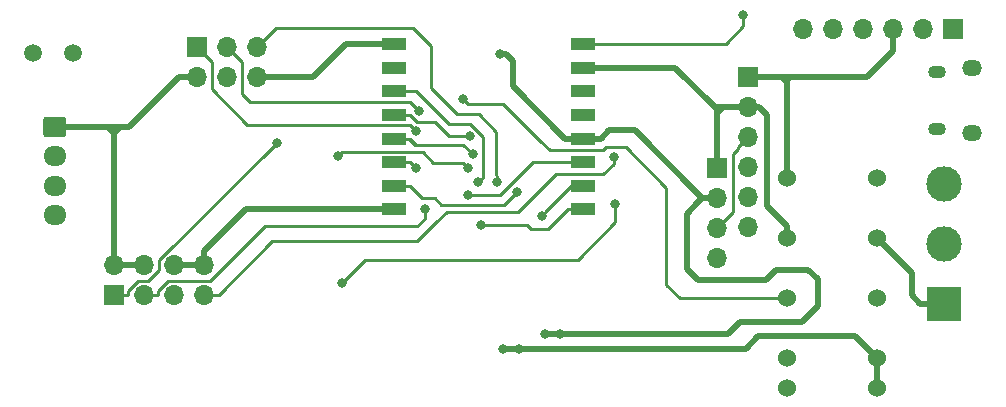
<source format=gbr>
G04 #@! TF.GenerationSoftware,KiCad,Pcbnew,5.0.2+dfsg1-1~bpo9+1*
G04 #@! TF.CreationDate,2020-03-04T21:18:40+01:00*
G04 #@! TF.ProjectId,things_02,7468696e-6773-45f3-9032-2e6b69636164,rev?*
G04 #@! TF.SameCoordinates,Original*
G04 #@! TF.FileFunction,Copper,L2,Bot*
G04 #@! TF.FilePolarity,Positive*
%FSLAX46Y46*%
G04 Gerber Fmt 4.6, Leading zero omitted, Abs format (unit mm)*
G04 Created by KiCad (PCBNEW 5.0.2+dfsg1-1~bpo9+1) date Wed Mar  4 21:18:40 2020*
%MOMM*%
%LPD*%
G01*
G04 APERTURE LIST*
G04 #@! TA.AperFunction,Conductor*
%ADD10C,0.100000*%
G04 #@! TD*
G04 #@! TA.AperFunction,ComponentPad*
%ADD11C,1.700000*%
G04 #@! TD*
G04 #@! TA.AperFunction,ComponentPad*
%ADD12O,1.950000X1.700000*%
G04 #@! TD*
G04 #@! TA.AperFunction,ComponentPad*
%ADD13O,1.700000X1.700000*%
G04 #@! TD*
G04 #@! TA.AperFunction,ComponentPad*
%ADD14R,1.700000X1.700000*%
G04 #@! TD*
G04 #@! TA.AperFunction,ComponentPad*
%ADD15R,3.000000X3.000000*%
G04 #@! TD*
G04 #@! TA.AperFunction,ComponentPad*
%ADD16C,3.000000*%
G04 #@! TD*
G04 #@! TA.AperFunction,ComponentPad*
%ADD17C,1.500000*%
G04 #@! TD*
G04 #@! TA.AperFunction,SMDPad,CuDef*
%ADD18R,2.000000X1.000000*%
G04 #@! TD*
G04 #@! TA.AperFunction,ComponentPad*
%ADD19C,1.524000*%
G04 #@! TD*
G04 #@! TA.AperFunction,ComponentPad*
%ADD20O,1.500000X1.100000*%
G04 #@! TD*
G04 #@! TA.AperFunction,ComponentPad*
%ADD21O,1.700000X1.350000*%
G04 #@! TD*
G04 #@! TA.AperFunction,ViaPad*
%ADD22C,0.800000*%
G04 #@! TD*
G04 #@! TA.AperFunction,Conductor*
%ADD23C,0.250000*%
G04 #@! TD*
G04 #@! TA.AperFunction,Conductor*
%ADD24C,0.500000*%
G04 #@! TD*
G04 APERTURE END LIST*
D10*
G04 #@! TO.N,GND*
G04 #@! TO.C,J1*
G36*
X72449504Y-93151204D02*
X72473773Y-93154804D01*
X72497571Y-93160765D01*
X72520671Y-93169030D01*
X72542849Y-93179520D01*
X72563893Y-93192133D01*
X72583598Y-93206747D01*
X72601777Y-93223223D01*
X72618253Y-93241402D01*
X72632867Y-93261107D01*
X72645480Y-93282151D01*
X72655970Y-93304329D01*
X72664235Y-93327429D01*
X72670196Y-93351227D01*
X72673796Y-93375496D01*
X72675000Y-93400000D01*
X72675000Y-94600000D01*
X72673796Y-94624504D01*
X72670196Y-94648773D01*
X72664235Y-94672571D01*
X72655970Y-94695671D01*
X72645480Y-94717849D01*
X72632867Y-94738893D01*
X72618253Y-94758598D01*
X72601777Y-94776777D01*
X72583598Y-94793253D01*
X72563893Y-94807867D01*
X72542849Y-94820480D01*
X72520671Y-94830970D01*
X72497571Y-94839235D01*
X72473773Y-94845196D01*
X72449504Y-94848796D01*
X72425000Y-94850000D01*
X70975000Y-94850000D01*
X70950496Y-94848796D01*
X70926227Y-94845196D01*
X70902429Y-94839235D01*
X70879329Y-94830970D01*
X70857151Y-94820480D01*
X70836107Y-94807867D01*
X70816402Y-94793253D01*
X70798223Y-94776777D01*
X70781747Y-94758598D01*
X70767133Y-94738893D01*
X70754520Y-94717849D01*
X70744030Y-94695671D01*
X70735765Y-94672571D01*
X70729804Y-94648773D01*
X70726204Y-94624504D01*
X70725000Y-94600000D01*
X70725000Y-93400000D01*
X70726204Y-93375496D01*
X70729804Y-93351227D01*
X70735765Y-93327429D01*
X70744030Y-93304329D01*
X70754520Y-93282151D01*
X70767133Y-93261107D01*
X70781747Y-93241402D01*
X70798223Y-93223223D01*
X70816402Y-93206747D01*
X70836107Y-93192133D01*
X70857151Y-93179520D01*
X70879329Y-93169030D01*
X70902429Y-93160765D01*
X70926227Y-93154804D01*
X70950496Y-93151204D01*
X70975000Y-93150000D01*
X72425000Y-93150000D01*
X72449504Y-93151204D01*
X72449504Y-93151204D01*
G37*
D11*
G04 #@! TD*
G04 #@! TO.P,J1,1*
G04 #@! TO.N,GND*
X71700000Y-94000000D03*
D12*
G04 #@! TO.P,J1,2*
G04 #@! TO.N,Net-(J1-Pad2)*
X71700000Y-96500000D03*
G04 #@! TO.P,J1,3*
G04 #@! TO.N,Net-(J1-Pad3)*
X71700000Y-99000000D03*
G04 #@! TO.P,J1,4*
G04 #@! TO.N,+5V*
X71700000Y-101500000D03*
G04 #@! TD*
D13*
G04 #@! TO.P,J2,6*
G04 #@! TO.N,N/C*
X135050000Y-85750000D03*
G04 #@! TO.P,J2,5*
G04 #@! TO.N,/TX_3*
X137590000Y-85750000D03*
G04 #@! TO.P,J2,4*
G04 #@! TO.N,/RX_3*
X140130000Y-85750000D03*
G04 #@! TO.P,J2,3*
G04 #@! TO.N,+3V3*
X142670000Y-85750000D03*
G04 #@! TO.P,J2,2*
G04 #@! TO.N,N/C*
X145210000Y-85750000D03*
D14*
G04 #@! TO.P,J2,1*
G04 #@! TO.N,GND*
X147750000Y-85750000D03*
G04 #@! TD*
G04 #@! TO.P,J4,1*
G04 #@! TO.N,GND*
X127750000Y-97500000D03*
D13*
G04 #@! TO.P,J4,2*
G04 #@! TO.N,+3V3*
X127750000Y-100040000D03*
G04 #@! TO.P,J4,3*
G04 #@! TO.N,/SCL_3*
X127750000Y-102580000D03*
G04 #@! TO.P,J4,4*
G04 #@! TO.N,/SDA_3*
X127750000Y-105120000D03*
G04 #@! TD*
D14*
G04 #@! TO.P,J6,1*
G04 #@! TO.N,+3V3*
X130400000Y-89800000D03*
D13*
G04 #@! TO.P,J6,2*
G04 #@! TO.N,GND*
X130400000Y-92340000D03*
G04 #@! TO.P,J6,3*
G04 #@! TO.N,/SCL_3*
X130400000Y-94880000D03*
G04 #@! TO.P,J6,4*
G04 #@! TO.N,/SDA_3*
X130400000Y-97420000D03*
G04 #@! TO.P,J6,5*
G04 #@! TO.N,N/C*
X130400000Y-99960000D03*
G04 #@! TO.P,J6,6*
X130400000Y-102500000D03*
G04 #@! TD*
D15*
G04 #@! TO.P,J9,1*
G04 #@! TO.N,/R_RST*
X147000000Y-109000000D03*
D16*
G04 #@! TO.P,J9,2*
G04 #@! TO.N,/R_C*
X147000000Y-103920000D03*
G04 #@! TO.P,J9,3*
G04 #@! TO.N,/R_SET*
X147000000Y-98840000D03*
G04 #@! TD*
D17*
G04 #@! TO.P,R22,1*
G04 #@! TO.N,Net-(R22-Pad1)*
X73250000Y-87750000D03*
G04 #@! TO.P,R22,2*
G04 #@! TO.N,+3V3*
X69850000Y-87750000D03*
G04 #@! TD*
D18*
G04 #@! TO.P,U5,1*
G04 #@! TO.N,GND*
X100450000Y-101000000D03*
G04 #@! TO.P,U5,2*
G04 #@! TO.N,/MISO*
X100450000Y-99000000D03*
G04 #@! TO.P,U5,3*
G04 #@! TO.N,/MOSI*
X100450000Y-97000000D03*
G04 #@! TO.P,U5,4*
G04 #@! TO.N,/SCK*
X100450000Y-95000000D03*
G04 #@! TO.P,U5,5*
G04 #@! TO.N,/NSS*
X100450000Y-93000000D03*
G04 #@! TO.P,U5,6*
G04 #@! TO.N,/RST_RFM95*
X100450000Y-91000000D03*
G04 #@! TO.P,U5,7*
G04 #@! TO.N,N/C*
X100450000Y-89000000D03*
G04 #@! TO.P,U5,8*
G04 #@! TO.N,GND*
X100450000Y-87000000D03*
G04 #@! TO.P,U5,9*
G04 #@! TO.N,Net-(AE1-Pad1)*
X116450000Y-87000000D03*
G04 #@! TO.P,U5,10*
G04 #@! TO.N,GND*
X116450000Y-89000000D03*
G04 #@! TO.P,U5,11*
G04 #@! TO.N,N/C*
X116450000Y-91000000D03*
G04 #@! TO.P,U5,12*
X116450000Y-93000000D03*
G04 #@! TO.P,U5,13*
G04 #@! TO.N,+3V3*
X116450000Y-95000000D03*
G04 #@! TO.P,U5,14*
G04 #@! TO.N,/DIO0*
X116450000Y-97000000D03*
G04 #@! TO.P,U5,15*
G04 #@! TO.N,/DIO1*
X116450000Y-99000000D03*
G04 #@! TO.P,U5,16*
G04 #@! TO.N,/DIO2*
X116450000Y-101000000D03*
G04 #@! TD*
D19*
G04 #@! TO.P,K1,1*
G04 #@! TO.N,+5V*
X141310000Y-116140000D03*
G04 #@! TO.P,K1,2*
X141310000Y-113600000D03*
G04 #@! TO.P,K1,4*
G04 #@! TO.N,/R_C*
X141310000Y-108520000D03*
G04 #@! TO.P,K1,6*
G04 #@! TO.N,/R_RST*
X141310000Y-103440000D03*
G04 #@! TO.P,K1,8*
G04 #@! TO.N,/R_SET*
X141310000Y-98360000D03*
G04 #@! TO.P,K1,9*
G04 #@! TO.N,+3V3*
X133690000Y-98360000D03*
G04 #@! TO.P,K1,11*
G04 #@! TO.N,GND*
X133690000Y-103440000D03*
G04 #@! TO.P,K1,13*
G04 #@! TO.N,/GPI39*
X133690000Y-108520000D03*
G04 #@! TO.P,K1,15*
G04 #@! TO.N,Net-(D2-Pad2)*
X133690000Y-113600000D03*
G04 #@! TO.P,K1,16*
G04 #@! TO.N,Net-(D1-Pad2)*
X133690000Y-116140000D03*
G04 #@! TD*
D20*
G04 #@! TO.P,J8,6*
G04 #@! TO.N,GND*
X146365000Y-94195000D03*
X146365000Y-89355000D03*
D21*
X149365000Y-94505000D03*
X149365000Y-89045000D03*
G04 #@! TD*
D14*
G04 #@! TO.P,J3,1*
G04 #@! TO.N,/LED_32*
X76750000Y-108250000D03*
D13*
G04 #@! TO.P,J3,2*
G04 #@! TO.N,GND*
X76750000Y-105710000D03*
G04 #@! TO.P,J3,3*
G04 #@! TO.N,/LED_27*
X79290000Y-108250000D03*
G04 #@! TO.P,J3,4*
G04 #@! TO.N,GND*
X79290000Y-105710000D03*
G04 #@! TO.P,J3,5*
G04 #@! TO.N,/LED_23*
X81830000Y-108250000D03*
G04 #@! TO.P,J3,6*
G04 #@! TO.N,GND*
X81830000Y-105710000D03*
G04 #@! TO.P,J3,7*
G04 #@! TO.N,/LED_19*
X84370000Y-108250000D03*
G04 #@! TO.P,J3,8*
G04 #@! TO.N,GND*
X84370000Y-105710000D03*
G04 #@! TD*
D14*
G04 #@! TO.P,J5,1*
G04 #@! TO.N,/GPI35*
X83710000Y-87250000D03*
D13*
G04 #@! TO.P,J5,2*
G04 #@! TO.N,GND*
X83710000Y-89790000D03*
G04 #@! TO.P,J5,3*
G04 #@! TO.N,/GPI34*
X86250000Y-87250000D03*
G04 #@! TO.P,J5,4*
G04 #@! TO.N,GND*
X86250000Y-89790000D03*
G04 #@! TO.P,J5,5*
G04 #@! TO.N,/GPIO0*
X88790000Y-87250000D03*
G04 #@! TO.P,J5,6*
G04 #@! TO.N,GND*
X88790000Y-89790000D03*
G04 #@! TD*
D22*
G04 #@! TO.N,+3V3*
X109383200Y-87840000D03*
X113250000Y-111500000D03*
X114500000Y-111500000D03*
G04 #@! TO.N,/RO_3*
X95996900Y-107230600D03*
X119156200Y-100540000D03*
G04 #@! TO.N,/DI_3*
X95694300Y-96466400D03*
X106660295Y-97451286D03*
G04 #@! TO.N,+5V*
X111000000Y-112800000D03*
X109700000Y-112800000D03*
G04 #@! TO.N,Net-(AE1-Pad1)*
X130000000Y-84500000D03*
G04 #@! TO.N,/MOSI*
X102293000Y-97517700D03*
G04 #@! TO.N,/DIO0*
X106700000Y-99800000D03*
G04 #@! TO.N,/RST_RFM95*
X107582500Y-98704000D03*
G04 #@! TO.N,/DIO2*
X107800000Y-102300000D03*
G04 #@! TO.N,/DIO1*
X112921500Y-101522800D03*
G04 #@! TO.N,/MISO*
X110846300Y-99489400D03*
G04 #@! TO.N,/SCK*
X107100000Y-96300000D03*
G04 #@! TO.N,/NSS*
X106887347Y-94812653D03*
G04 #@! TO.N,/GPIO0*
X109126400Y-98691000D03*
G04 #@! TO.N,/LED_19*
X119039700Y-96543900D03*
G04 #@! TO.N,/LED_32*
X90520100Y-95350300D03*
G04 #@! TO.N,/GPI39*
X106262400Y-91650000D03*
G04 #@! TO.N,/LED_27*
X103013900Y-100926200D03*
G04 #@! TO.N,/GPI34*
X102588200Y-92689700D03*
G04 #@! TO.N,/GPI35*
X102294200Y-94344200D03*
G04 #@! TD*
D23*
G04 #@! TO.N,+3V3*
X117112700Y-95000000D02*
X116450000Y-95000000D01*
D24*
X114950000Y-95000000D02*
X110500000Y-90550000D01*
X116450000Y-95000000D02*
X114950000Y-95000000D01*
X110500000Y-88391115D02*
X110500000Y-89250000D01*
X109948885Y-87840000D02*
X110500000Y-88391115D01*
X109383200Y-87840000D02*
X109948885Y-87840000D01*
X110500000Y-90550000D02*
X110500000Y-89250000D01*
X110500000Y-89250000D02*
X110500000Y-88956800D01*
X133690000Y-98360000D02*
X133690000Y-96560000D01*
X142670000Y-87580000D02*
X142670000Y-85750000D01*
X142000000Y-88250000D02*
X142670000Y-87580000D01*
X140450000Y-89800000D02*
X142000000Y-88250000D01*
X133690000Y-89990000D02*
X133500000Y-89800000D01*
X133690000Y-90110000D02*
X134000000Y-89800000D01*
X133690000Y-90500000D02*
X133690000Y-89990000D01*
X133690000Y-98360000D02*
X133690000Y-90500000D01*
X133690000Y-90500000D02*
X133690000Y-90110000D01*
X133500000Y-89800000D02*
X134000000Y-89800000D01*
X134000000Y-89800000D02*
X140450000Y-89800000D01*
X133690000Y-90240000D02*
X133250000Y-89800000D01*
X133690000Y-90500000D02*
X133690000Y-90240000D01*
X133250000Y-89800000D02*
X133500000Y-89800000D01*
X130400000Y-89800000D02*
X133250000Y-89800000D01*
X118650000Y-94300000D02*
X120807919Y-94300000D01*
X126547919Y-100040000D02*
X127750000Y-100040000D01*
X117950000Y-95000000D02*
X118650000Y-94300000D01*
X116450000Y-95000000D02*
X117950000Y-95000000D01*
X125200000Y-101387919D02*
X125200000Y-106000000D01*
X125200000Y-106000000D02*
X126200000Y-107000000D01*
X126200000Y-107000000D02*
X131900000Y-107000000D01*
X131900000Y-107000000D02*
X132800000Y-106100000D01*
X132800000Y-106100000D02*
X135500000Y-106100000D01*
X135500000Y-106100000D02*
X136300000Y-106900000D01*
X136300000Y-106900000D02*
X136300000Y-109200000D01*
X136300000Y-109200000D02*
X135000000Y-110500000D01*
X113250000Y-111500000D02*
X113815685Y-111500000D01*
X128700000Y-111500000D02*
X129700000Y-110500000D01*
X135000000Y-110500000D02*
X129700000Y-110500000D01*
X114500000Y-111500000D02*
X128700000Y-111500000D01*
X114500000Y-111500000D02*
X113250000Y-111500000D01*
D23*
X126200000Y-99692081D02*
X126200000Y-100387919D01*
D24*
X126200000Y-99692081D02*
X126547919Y-100040000D01*
D23*
X126200000Y-100387919D02*
X126187919Y-100400000D01*
D24*
X126547919Y-100040000D02*
X126187919Y-100400000D01*
X120807919Y-94300000D02*
X126200000Y-99692081D01*
X126187919Y-100400000D02*
X125200000Y-101387919D01*
D23*
G04 #@! TO.N,/RO_3*
X119156200Y-100540000D02*
X119156200Y-102093800D01*
X119156200Y-102093800D02*
X116000000Y-105250000D01*
X97977500Y-105250000D02*
X95996900Y-107230600D01*
X116000000Y-105250000D02*
X97977500Y-105250000D01*
G04 #@! TO.N,/DI_3*
X95986100Y-96174600D02*
X102874600Y-96174600D01*
X95694300Y-96466400D02*
X95986100Y-96174600D01*
X103751287Y-97051287D02*
X102874600Y-96174600D01*
X106260296Y-97051287D02*
X103751287Y-97051287D01*
X106660295Y-97451286D02*
X106260296Y-97051287D01*
G04 #@! TO.N,/SCL_3*
X129100000Y-101230000D02*
X127750000Y-102580000D01*
X129550001Y-95849999D02*
X129100000Y-96300000D01*
X130400000Y-94880000D02*
X129550001Y-95729999D01*
X129550001Y-95729999D02*
X129550001Y-95849999D01*
X129100000Y-96300000D02*
X129100000Y-101230000D01*
G04 #@! TO.N,GND*
X127750000Y-97500000D02*
X127162400Y-97500000D01*
X118074700Y-89000000D02*
X117775300Y-89000000D01*
X116450000Y-89000000D02*
X117775300Y-89000000D01*
D24*
X81830000Y-105710000D02*
X84370000Y-105710000D01*
X71700000Y-94000000D02*
X72775000Y-94000000D01*
X82210000Y-89790000D02*
X83710000Y-89790000D01*
X76750000Y-105710000D02*
X76750000Y-95500000D01*
X75250000Y-94000000D02*
X74500000Y-94000000D01*
X78000000Y-94000000D02*
X80500000Y-91500000D01*
X80250000Y-91750000D02*
X80500000Y-91500000D01*
X74500000Y-94000000D02*
X71700000Y-94000000D01*
X80500000Y-91500000D02*
X82210000Y-89790000D01*
X76000000Y-94000000D02*
X76250000Y-94000000D01*
X76000000Y-94000000D02*
X76750000Y-94000000D01*
X74500000Y-94000000D02*
X76000000Y-94000000D01*
X76250000Y-94000000D02*
X76750000Y-94500000D01*
X76750000Y-94500000D02*
X76750000Y-94000000D01*
X76750000Y-94500000D02*
X77250000Y-94000000D01*
X77250000Y-94000000D02*
X78000000Y-94000000D01*
X76750000Y-95500000D02*
X76750000Y-95250000D01*
X76750000Y-95250000D02*
X76750000Y-94500000D01*
X76750000Y-94000000D02*
X77250000Y-94000000D01*
X98950000Y-101000000D02*
X100450000Y-101000000D01*
X87877919Y-101000000D02*
X98950000Y-101000000D01*
X84370000Y-104507919D02*
X87877919Y-101000000D01*
X84370000Y-105710000D02*
X84370000Y-104507919D01*
X76750000Y-105710000D02*
X79290000Y-105710000D01*
X116450000Y-89000000D02*
X123500000Y-89000000D01*
X127750000Y-93000000D02*
X127750000Y-92750000D01*
X127750000Y-97500000D02*
X127750000Y-93000000D01*
X127750000Y-93000000D02*
X127750000Y-92500000D01*
X124250000Y-89000000D02*
X123500000Y-89000000D01*
X127590000Y-92340000D02*
X127500000Y-92250000D01*
X127500000Y-92250000D02*
X124250000Y-89000000D01*
X127750000Y-92500000D02*
X127500000Y-92250000D01*
X127750000Y-93000000D02*
X127750000Y-92840000D01*
X128250000Y-92340000D02*
X127590000Y-92340000D01*
X127750000Y-92840000D02*
X128250000Y-92340000D01*
X130400000Y-92340000D02*
X128250000Y-92340000D01*
X133690000Y-102362370D02*
X133690000Y-103440000D01*
X130400000Y-92340000D02*
X131340000Y-92340000D01*
X131340000Y-92340000D02*
X132000000Y-93000000D01*
X132000000Y-93000000D02*
X132000000Y-100672370D01*
X132000000Y-100672370D02*
X133690000Y-102362370D01*
X100450000Y-87000000D02*
X96400000Y-87000000D01*
X93610000Y-89790000D02*
X88790000Y-89790000D01*
X96400000Y-87000000D02*
X93610000Y-89790000D01*
G04 #@! TO.N,+5V*
X141310000Y-113600000D02*
X141310000Y-116140000D01*
X139460000Y-111750000D02*
X141310000Y-113600000D01*
X139460000Y-111750000D02*
X131250000Y-111750000D01*
X131250000Y-111750000D02*
X130200000Y-112800000D01*
X130200000Y-112800000D02*
X111000000Y-112800000D01*
X109700000Y-112800000D02*
X111000000Y-112800000D01*
D23*
G04 #@! TO.N,Net-(AE1-Pad1)*
X130000000Y-85500000D02*
X130000000Y-84500000D01*
X128500000Y-87000000D02*
X130000000Y-85500000D01*
X116450000Y-87000000D02*
X128500000Y-87000000D01*
G04 #@! TO.N,/MOSI*
X101775300Y-97000000D02*
X102293000Y-97517700D01*
X100450000Y-97000000D02*
X101775300Y-97000000D01*
G04 #@! TO.N,/DIO0*
X112170500Y-97000000D02*
X116450000Y-97000000D01*
X109370500Y-99800000D02*
X112170500Y-97000000D01*
X106700000Y-99800000D02*
X109370500Y-99800000D01*
G04 #@! TO.N,/RST_RFM95*
X102288700Y-91000000D02*
X100450000Y-91000000D01*
X105088700Y-93800000D02*
X102288700Y-91000000D01*
X107582500Y-98704000D02*
X107982499Y-98304001D01*
X107982499Y-98304001D02*
X107982499Y-94882499D01*
X107982499Y-94882499D02*
X106900000Y-93800000D01*
X106900000Y-93800000D02*
X105088700Y-93800000D01*
G04 #@! TO.N,/DIO2*
X116450000Y-101000000D02*
X115124700Y-101000000D01*
X115124700Y-101000000D02*
X113500000Y-102624700D01*
X111675300Y-102300000D02*
X112000000Y-102624700D01*
X107800000Y-102300000D02*
X111675300Y-102300000D01*
X113500000Y-102624700D02*
X112000000Y-102624700D01*
G04 #@! TO.N,/DIO1*
X113321499Y-101122801D02*
X112921500Y-101522800D01*
X115444300Y-99000000D02*
X113321499Y-101122801D01*
X116450000Y-99000000D02*
X115444300Y-99000000D01*
G04 #@! TO.N,/MISO*
X100450000Y-99000000D02*
X101775300Y-99000000D01*
X101775300Y-99000000D02*
X102825600Y-100050300D01*
X110846300Y-99489400D02*
X109735700Y-100600000D01*
X104449700Y-100600000D02*
X103900000Y-100050300D01*
X109735700Y-100600000D02*
X104449700Y-100600000D01*
X102825600Y-100050300D02*
X103900000Y-100050300D01*
G04 #@! TO.N,/SCK*
X102274810Y-95500000D02*
X101774810Y-95000000D01*
X103943315Y-95500000D02*
X102274810Y-95500000D01*
X101774810Y-95000000D02*
X100450000Y-95000000D01*
X101700000Y-95000000D02*
X102200000Y-95500000D01*
X100450000Y-95000000D02*
X101700000Y-95000000D01*
X102200000Y-95500000D02*
X106300000Y-95500000D01*
X106300000Y-95500000D02*
X107100000Y-96300000D01*
G04 #@! TO.N,/NSS*
X101775300Y-93000000D02*
X102381500Y-93606200D01*
X102381500Y-93606200D02*
X103806000Y-93606200D01*
X100450000Y-93000000D02*
X101775300Y-93000000D01*
X103806000Y-93606200D02*
X103906200Y-93606200D01*
X103906200Y-93606200D02*
X105100000Y-94800000D01*
X106874694Y-94800000D02*
X106887347Y-94812653D01*
X105100000Y-94800000D02*
X106874694Y-94800000D01*
D24*
G04 #@! TO.N,/R_RST*
X145000000Y-109000000D02*
X144250000Y-108250000D01*
X147000000Y-109000000D02*
X145000000Y-109000000D01*
X144250000Y-106380000D02*
X141310000Y-103440000D01*
X144250000Y-108250000D02*
X144250000Y-106380000D01*
D23*
G04 #@! TO.N,/GPIO0*
X103600000Y-90700000D02*
X103600000Y-87200000D01*
X103600000Y-87200000D02*
X102000000Y-85600000D01*
X90440000Y-85600000D02*
X88790000Y-87250000D01*
X102000000Y-85600000D02*
X90440000Y-85600000D01*
X109126400Y-98125315D02*
X109100000Y-98098915D01*
X109126400Y-98691000D02*
X109126400Y-98125315D01*
X109100000Y-98098915D02*
X109100000Y-94400000D01*
X107600000Y-92900000D02*
X105800000Y-92900000D01*
X109100000Y-94400000D02*
X107600000Y-92900000D01*
X105800000Y-92900000D02*
X103600000Y-90700000D01*
G04 #@! TO.N,/LED_19*
X119039700Y-97109585D02*
X119039700Y-96543900D01*
X90122081Y-103700000D02*
X102400000Y-103700000D01*
X84370000Y-108250000D02*
X85572081Y-108250000D01*
X85572081Y-108250000D02*
X90122081Y-103700000D01*
X118149285Y-98000000D02*
X119039700Y-97109585D01*
X104000000Y-102100000D02*
X104020200Y-102100000D01*
X104020200Y-102100000D02*
X104910100Y-101210100D01*
X104910100Y-101210100D02*
X110964500Y-101210100D01*
X110964500Y-101210100D02*
X114174600Y-98000000D01*
X102400000Y-103700000D02*
X104000000Y-102100000D01*
X114174600Y-98000000D02*
X118149285Y-98000000D01*
G04 #@! TO.N,/LED_32*
X77925300Y-108250000D02*
X77925300Y-107882600D01*
X77925300Y-107882600D02*
X78733200Y-107074700D01*
X78733200Y-107074700D02*
X79626300Y-107074700D01*
X79626300Y-107074700D02*
X80560000Y-106141000D01*
X80560000Y-106141000D02*
X80560000Y-105310400D01*
X80560000Y-105310400D02*
X90520100Y-95350300D01*
X76750000Y-108250000D02*
X77925300Y-108250000D01*
G04 #@! TO.N,/GPI39*
X109624699Y-92049999D02*
X106662399Y-92049999D01*
X123500000Y-99200000D02*
X120031600Y-95731600D01*
X120031600Y-95731600D02*
X118408100Y-95731600D01*
X106662399Y-92049999D02*
X106262400Y-91650000D01*
X112800000Y-95200000D02*
X112774700Y-95200000D01*
X118408100Y-95731600D02*
X118139700Y-96000000D01*
X112774700Y-95200000D02*
X109624699Y-92049999D01*
X118139700Y-96000000D02*
X113600000Y-96000000D01*
X113600000Y-96000000D02*
X112800000Y-95200000D01*
X124620000Y-108520000D02*
X123500000Y-107400000D01*
X133690000Y-108520000D02*
X124620000Y-108520000D01*
X123500000Y-107400000D02*
X123500000Y-99200000D01*
G04 #@! TO.N,/LED_27*
X80465300Y-108250000D02*
X80465300Y-107882600D01*
X80465300Y-107882600D02*
X81273200Y-107074700D01*
X81273200Y-107074700D02*
X84817500Y-107074700D01*
X79290000Y-108250000D02*
X80465300Y-108250000D01*
X89500000Y-102392200D02*
X102407800Y-102392200D01*
X84817500Y-107074700D02*
X89500000Y-102392200D01*
X103013900Y-101786100D02*
X103013900Y-100926200D01*
X102407800Y-102392200D02*
X103013900Y-101786100D01*
G04 #@! TO.N,/GPI34*
X87518700Y-88518700D02*
X86250000Y-87250000D01*
X102588200Y-92689700D02*
X101811400Y-91912900D01*
X101811400Y-91912900D02*
X88212900Y-91912900D01*
X88212900Y-91912900D02*
X87518700Y-91218700D01*
X87518700Y-91218700D02*
X87518700Y-88518700D01*
G04 #@! TO.N,/GPI35*
X101775400Y-93825400D02*
X102294200Y-94344200D01*
X88025400Y-93825400D02*
X101775400Y-93825400D01*
X83750000Y-87250000D02*
X85000000Y-88500000D01*
X83710000Y-87250000D02*
X83750000Y-87250000D01*
X85000000Y-88500000D02*
X85000000Y-90800000D01*
X85000000Y-90800000D02*
X88025400Y-93825400D01*
G04 #@! TD*
M02*

</source>
